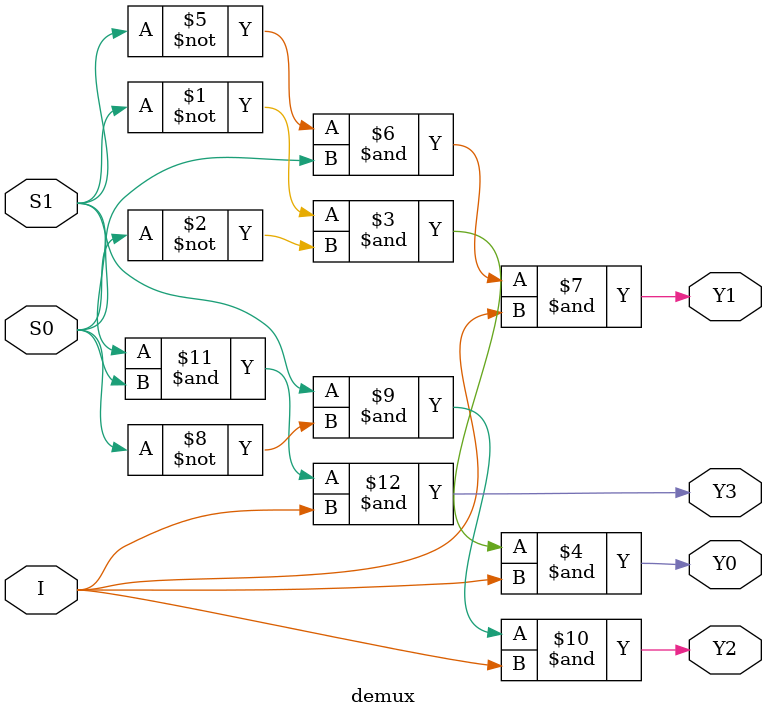
<source format=v>
module demux(S1,S0,I,Y0,Y1,Y2,Y3);
input I,S1,S0;
output Y0,Y1,Y2,Y3;
assign Y0=(~S1 & ~S0 & I);
assign Y1=(~S1 & S0 & I);
assign Y2=(S1 & ~S0 & I);
assign Y3=(S1 & S0 & I);
endmodule

</source>
